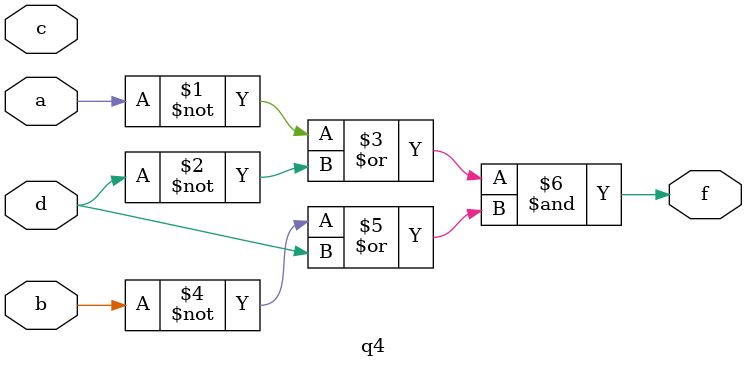
<source format=v>
module q4(a,b,c,d,f);
input a,b,c,d;
output f;
assign f=(~a|~d)&(~b|d);
endmodule

</source>
